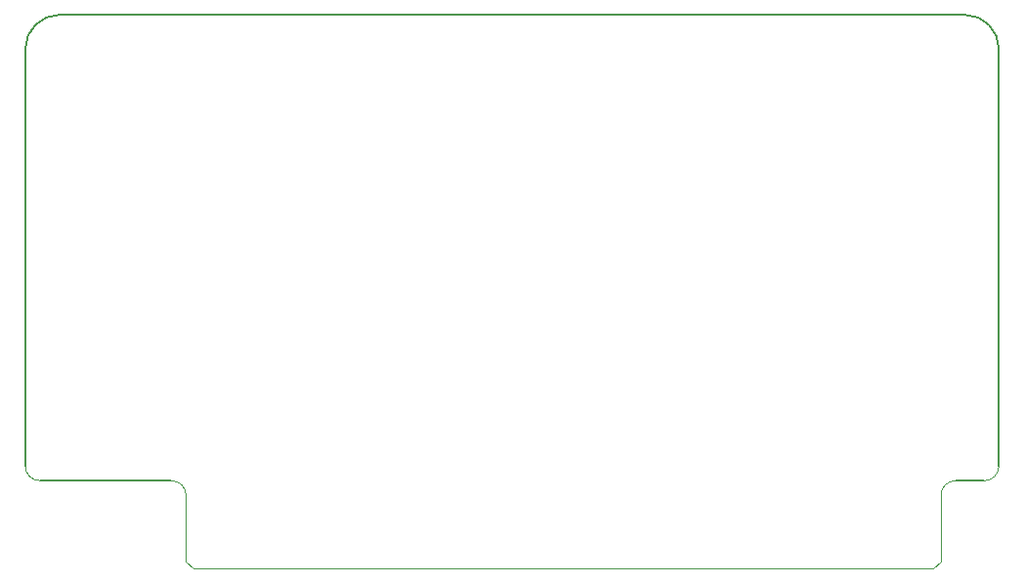
<source format=gbp>
G04 #@! TF.GenerationSoftware,KiCad,Pcbnew,(7.0.0-0)*
G04 #@! TF.CreationDate,2024-02-24T19:33:57+09:00*
G04 #@! TF.ProjectId,Grappler_Minus_Keros_alldip_GH,47726170-706c-4657-925f-4d696e75735f,3*
G04 #@! TF.SameCoordinates,Original*
G04 #@! TF.FileFunction,Paste,Bot*
G04 #@! TF.FilePolarity,Positive*
%FSLAX46Y46*%
G04 Gerber Fmt 4.6, Leading zero omitted, Abs format (unit mm)*
G04 Created by KiCad (PCBNEW (7.0.0-0)) date 2024-02-24 19:33:57*
%MOMM*%
%LPD*%
G01*
G04 APERTURE LIST*
G04 #@! TA.AperFunction,Profile*
%ADD10C,0.100000*%
G04 #@! TD*
G04 #@! TA.AperFunction,Profile*
%ADD11C,0.150000*%
G04 #@! TD*
G04 APERTURE END LIST*
D10*
X202882500Y-133350000D02*
G75*
G03*
X201612500Y-134620000I0J-1270000D01*
G01*
X200977500Y-140970000D02*
X136842500Y-140970000D01*
D11*
X206642000Y-95935000D02*
G75*
G03*
X203662000Y-92955000I-2980000J0D01*
G01*
D10*
X201612500Y-134620000D02*
X201612500Y-140335000D01*
D11*
X122270000Y-132080000D02*
X122270000Y-95930000D01*
D10*
X205368000Y-133355000D02*
G75*
G03*
X206638000Y-132085000I0J1270000D01*
G01*
X136207500Y-134620000D02*
G75*
G03*
X134937500Y-133350000I-1270000J0D01*
G01*
D11*
X134937500Y-133350000D02*
X123540000Y-133350000D01*
X125250000Y-92950000D02*
X203662000Y-92955000D01*
X206638000Y-132085000D02*
X206642000Y-95935000D01*
X125250000Y-92950000D02*
G75*
G03*
X122270000Y-95930000I0J-2980000D01*
G01*
D10*
X122270000Y-132080000D02*
G75*
G03*
X123540000Y-133350000I1270000J0D01*
G01*
D11*
X205368000Y-133355000D02*
X202882500Y-133350000D01*
D10*
X136207500Y-134620000D02*
X136207500Y-140335000D01*
X201612500Y-140335000D02*
X200977500Y-140970000D01*
X136207500Y-140335000D02*
X136842500Y-140970000D01*
M02*

</source>
